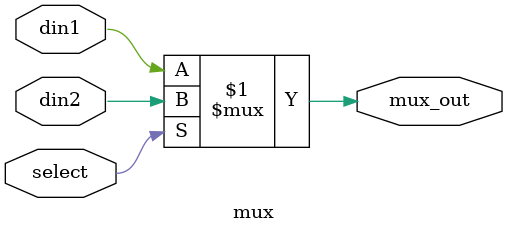
<source format=v>



module circuit3 (product,multiplicand, multiplier);
  input[4:0] multiplier, multiplicand; 
  output[9:0] product; 
  wire select_val, msb, co1, co2, co3, co4, carry_out; 
  wire[4:0] flipped, choice, choice2, mux1, mux2, mux3, mux4, mux5; 
  wire[8:0] adder_in1, adder_in2, adder_in3, adder_in4, adder_in5, sum1, sum2, sum3, sum4; 
   
  assign select_val = multiplier[4]; 
  assign choice2 = multiplicand;
  input_shifter #(5) shft(flipped, multiplier);
  mux #(5) chooser(choice, multiplier, flipped, select_val);
  //line 1 
  mux #(5) chooser1(mux1, 5'b00000, choice2,  choice[0]);
  assign adder_in1[8] = choice[0];
  assign adder_in1[7] = choice[0];
  assign adder_in1[6] = choice[0];
  assign adder_in1[5] = choice[0];
  assign adder_in1[4] = mux1[4];
  assign adder_in1[3] = mux1[3];
  assign adder_in1[2] = mux1[2];
  assign adder_in1[1] = mux1[1];
  assign adder_in1[0] = mux1[0];
  //line 2
  mux #(5) chooser2(mux2, 5'b00000, choice2,  choice[1]);
  assign adder_in2[8] = choice[1];
  assign adder_in2[7] = choice[1];
  assign adder_in2[6] = choice[1];
  assign adder_in2[5] = mux2[4];
  assign adder_in2[4] = mux2[3];
  assign adder_in2[3] = mux2[2];
  assign adder_in2[2] = mux2[1];
  assign adder_in2[1] = mux2[0];
  assign adder_in2[0] = 1'b0;
//line 3 
  mux #(5) chooser3(mux3, 5'b00000, choice2,  choice[2]);
  assign adder_in3[8] = choice[2]; 
  assign adder_in3[7] = choice[2];
  assign adder_in3[6] = mux3[4];
  assign adder_in3[5] = mux3[3];
  assign adder_in3[4] = mux3[2];
  assign adder_in3[3] = mux3[1];
  assign adder_in3[2] = mux3[0];
  assign adder_in3[1] = 1'b0;
  assign adder_in3[0] = 1'b0;
// line 4
  mux #(5) chooser4(mux4,5'b00000, choice2,  choice[3]);
  assign adder_in4[8] = choice[3];
  assign adder_in4[7] = mux4[4];
  assign adder_in4[6] = mux4[3];
  assign adder_in4[5] = mux4[2];
  assign adder_in4[4] = mux4[1];
  assign adder_in4[3] = mux4[0];
  assign adder_in4[2] = 1'b0;
  assign adder_in4[1] = 1'b0;
  assign adder_in4[0] = 1'b0;
//line 5
  mux #(5) chooser5(mux5,5'b00000, choice2, choice[4]);	
  assign adder_in5[8] = mux5[4];
  assign adder_in5[7] = mux5[3];
  assign adder_in5[6] = mux5[2];
  assign adder_in5[5] = mux5[1];
  assign adder_in5[4] = mux5[0];
  assign adder_in5[3] = 1'b0;
  assign adder_in5[2] = 1'b0;
  assign adder_in5[1] = 1'b0;
  assign adder_in5[0] = 1'b0;

// adders
  n_bitadder #(9) adder(sum1, co1, adder_in1, adder_in2, 1'b0);
  n_bitadder #(9) adder1(sum2, co2, adder_in3, adder_in4, 1'b0);
  n_bitadder #(9) adder2(sum3, co3, sum1, sum2, 1'b0);	
  n_bitadder #(9) adder3(sum4, co4, sum3, adder_in5, 1'b0);
  assign carry_out = (co1 | co2) | (co3 | co4); 
  assign product = {carry_out, sum4}; 
  initial begin 
    $monitor("%b %b %b %b %b %b %b %b %b %b %b %b %b", product, multiplier, multiplicand, adder_in1, adder_in2, adder_in3, adder_in4, adder_in5, mux1, mux2, mux3, mux4, mux5);
  end
endmodule
module input_shifter(choice, in); // It should only switch with the msb being 1
  parameter n = 2;

  input[n-1:0] in;
  output[n-1:0] choice;
  wire[n-1:0] choice, flip, twoc, zero;
  assign zero = 0; 
  assign flip = ~in;
  n_bitadder#(n) adder(choice, co, flip, zero, 1'b1);


endmodule


module mux(mux_out,din1,din2, select);
  parameter n = 1;

    input select;
    input[n-1:0] din1, din2;
    output[n-1:0] mux_out;
    wire[n-1:0] mux_out;
    assign mux_out = (select) ? din2 : din1;

endmodule

</source>
